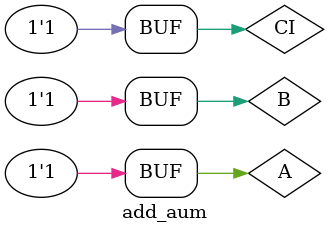
<source format=v>
`timescale 1ns / 1ps


module add_aum;
reg A,B,CI;
wire F,CO;
Full_Adder Test(F,CO,A,B,CI);
initial
begin
A=0;B=0;CI=0;
#100;
A=0;B=0;CI=1;
#100;
A=0;B=1;CI=0;
#100;
A=0;B=1;CI=1;
#100;
A=1;B=0;CI=0;
#100;
A=1;B=0;CI=1;
#100;
A=1;B=1;CI=0;
#100;
A=1;B=1;CI=1;
#100;
end
endmodule

</source>
